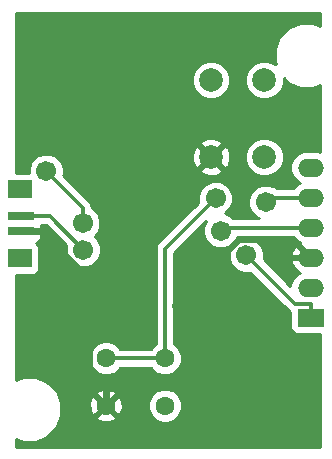
<source format=gbl>
G04 (created by PCBNEW-RS274X (2012-01-19 BZR 3256)-stable) date Fri 09 Mar 2012 12:00:35 PM CET*
G01*
G70*
G90*
%MOIN*%
G04 Gerber Fmt 3.4, Leading zero omitted, Abs format*
%FSLAX34Y34*%
G04 APERTURE LIST*
%ADD10C,0.006000*%
%ADD11R,0.086600X0.060000*%
%ADD12O,0.086600X0.060000*%
%ADD13C,0.078700*%
%ADD14C,0.063000*%
%ADD15R,0.086600X0.031500*%
%ADD16R,0.078700X0.059100*%
%ADD17C,0.067000*%
%ADD18C,0.078800*%
%ADD19C,0.011800*%
%ADD20C,0.023600*%
%ADD21C,0.010000*%
G04 APERTURE END LIST*
G54D10*
G54D11*
X34685Y-29508D03*
G54D12*
X34685Y-28508D03*
X34685Y-27508D03*
X34685Y-26508D03*
X34685Y-25508D03*
X34685Y-24508D03*
G54D13*
X33130Y-24154D03*
X31358Y-21594D03*
X31358Y-24154D03*
X33130Y-21594D03*
G54D14*
X29823Y-30867D03*
X29823Y-32441D03*
X27855Y-30867D03*
X27855Y-32441D03*
G54D15*
X25019Y-26123D03*
X25019Y-26635D03*
G54D16*
X24980Y-25217D03*
X24980Y-27539D03*
G54D17*
X25862Y-24629D03*
X27084Y-26358D03*
G54D18*
X30442Y-29117D03*
G54D17*
X32533Y-27432D03*
X31681Y-26614D03*
X33183Y-25659D03*
X27105Y-27245D03*
X31507Y-25537D03*
G54D19*
X27084Y-25851D02*
X27084Y-26358D01*
X25862Y-24629D02*
X27084Y-25851D01*
G54D20*
X27855Y-32441D02*
X27855Y-31750D01*
X25019Y-26635D02*
X25673Y-26635D01*
X27275Y-31170D02*
X27275Y-28237D01*
X27855Y-31750D02*
X27275Y-31170D01*
X27275Y-28237D02*
X31358Y-24154D01*
X30442Y-31092D02*
X30442Y-29117D01*
X29784Y-31750D02*
X30442Y-31092D01*
X27855Y-31750D02*
X29784Y-31750D01*
X30442Y-28737D02*
X30442Y-29117D01*
X34053Y-26876D02*
X32303Y-26876D01*
X34685Y-27508D02*
X34053Y-26876D01*
X32303Y-26876D02*
X30442Y-28737D01*
X25673Y-26635D02*
X27275Y-28237D01*
G54D19*
X34685Y-29508D02*
X34685Y-29046D01*
X34147Y-29046D02*
X32533Y-27432D01*
X34685Y-29046D02*
X34147Y-29046D01*
X31787Y-26508D02*
X31681Y-26614D01*
X34685Y-26508D02*
X31787Y-26508D01*
X33334Y-25508D02*
X33183Y-25659D01*
X34685Y-25508D02*
X33334Y-25508D01*
X25983Y-26123D02*
X27105Y-27245D01*
X25019Y-26123D02*
X25983Y-26123D01*
X27855Y-30867D02*
X29823Y-30867D01*
X29823Y-27221D02*
X31507Y-25537D01*
X29823Y-30867D02*
X29823Y-27221D01*
G54D10*
G36*
X34989Y-33808D02*
X30388Y-33808D01*
X30388Y-32554D01*
X30388Y-32329D01*
X30302Y-32121D01*
X30143Y-31962D01*
X29936Y-31876D01*
X29711Y-31876D01*
X29503Y-31962D01*
X29344Y-32121D01*
X29258Y-32328D01*
X29258Y-32553D01*
X29344Y-32761D01*
X29503Y-32920D01*
X29710Y-33006D01*
X29935Y-33006D01*
X30143Y-32920D01*
X30302Y-32761D01*
X30388Y-32554D01*
X30388Y-33808D01*
X28413Y-33808D01*
X28413Y-32524D01*
X28402Y-32304D01*
X28339Y-32151D01*
X28244Y-32123D01*
X28173Y-32194D01*
X28173Y-32052D01*
X28145Y-31957D01*
X27938Y-31883D01*
X27718Y-31894D01*
X27565Y-31957D01*
X27537Y-32052D01*
X27855Y-32370D01*
X28173Y-32052D01*
X28173Y-32194D01*
X27926Y-32441D01*
X28244Y-32759D01*
X28339Y-32731D01*
X28413Y-32524D01*
X28413Y-33808D01*
X28173Y-33808D01*
X28173Y-32830D01*
X27855Y-32512D01*
X27784Y-32583D01*
X27784Y-32441D01*
X27466Y-32123D01*
X27371Y-32151D01*
X27297Y-32358D01*
X27308Y-32578D01*
X27371Y-32731D01*
X27466Y-32759D01*
X27784Y-32441D01*
X27784Y-32583D01*
X27537Y-32830D01*
X27565Y-32925D01*
X27772Y-32999D01*
X27992Y-32988D01*
X28145Y-32925D01*
X28173Y-32830D01*
X28173Y-33808D01*
X24853Y-33808D01*
X24853Y-33558D01*
X25081Y-33653D01*
X25508Y-33653D01*
X25903Y-33490D01*
X26205Y-33188D01*
X26369Y-32793D01*
X26369Y-32366D01*
X26206Y-31971D01*
X25904Y-31669D01*
X25509Y-31505D01*
X25082Y-31505D01*
X24853Y-31599D01*
X24853Y-28083D01*
X25422Y-28083D01*
X25514Y-28045D01*
X25584Y-27975D01*
X25622Y-27884D01*
X25622Y-27785D01*
X25622Y-27195D01*
X25584Y-27103D01*
X25516Y-27035D01*
X25593Y-27003D01*
X25663Y-26933D01*
X25701Y-26841D01*
X25702Y-26747D01*
X25640Y-26685D01*
X25119Y-26685D01*
X25069Y-26685D01*
X24969Y-26685D01*
X24969Y-26585D01*
X25069Y-26585D01*
X25119Y-26585D01*
X25640Y-26585D01*
X25702Y-26523D01*
X25701Y-26432D01*
X25855Y-26432D01*
X26529Y-27105D01*
X26520Y-27128D01*
X26520Y-27361D01*
X26609Y-27576D01*
X26773Y-27741D01*
X26988Y-27830D01*
X27221Y-27830D01*
X27436Y-27741D01*
X27601Y-27577D01*
X27690Y-27362D01*
X27690Y-27129D01*
X27601Y-26914D01*
X27478Y-26790D01*
X27580Y-26690D01*
X27669Y-26475D01*
X27669Y-26242D01*
X27580Y-26027D01*
X27416Y-25862D01*
X27393Y-25852D01*
X27393Y-25851D01*
X27369Y-25733D01*
X27302Y-25633D01*
X27302Y-25632D01*
X26437Y-24768D01*
X26447Y-24746D01*
X26447Y-24513D01*
X26358Y-24298D01*
X26194Y-24133D01*
X25979Y-24044D01*
X25746Y-24044D01*
X25531Y-24133D01*
X25366Y-24297D01*
X25277Y-24512D01*
X25277Y-24673D01*
X24853Y-24673D01*
X24853Y-19341D01*
X34989Y-19341D01*
X34989Y-19788D01*
X34761Y-19694D01*
X34334Y-19694D01*
X33939Y-19857D01*
X33637Y-20159D01*
X33473Y-20554D01*
X33473Y-20981D01*
X33506Y-21061D01*
X33495Y-21050D01*
X33259Y-20951D01*
X33003Y-20951D01*
X32767Y-21049D01*
X32586Y-21229D01*
X32487Y-21465D01*
X32487Y-21721D01*
X32585Y-21957D01*
X32765Y-22138D01*
X33001Y-22237D01*
X33257Y-22237D01*
X33493Y-22139D01*
X33674Y-21959D01*
X33773Y-21723D01*
X33773Y-21513D01*
X33938Y-21678D01*
X34333Y-21842D01*
X34760Y-21842D01*
X34989Y-21747D01*
X34989Y-23988D01*
X34939Y-23968D01*
X34724Y-23968D01*
X34432Y-23968D01*
X34233Y-24050D01*
X34082Y-24202D01*
X33999Y-24400D01*
X33999Y-24615D01*
X34081Y-24814D01*
X34233Y-24965D01*
X34335Y-25007D01*
X34233Y-25050D01*
X34084Y-25199D01*
X33773Y-25199D01*
X33773Y-24283D01*
X33773Y-24027D01*
X33675Y-23791D01*
X33495Y-23610D01*
X33259Y-23511D01*
X33003Y-23511D01*
X32767Y-23609D01*
X32586Y-23789D01*
X32487Y-24025D01*
X32487Y-24281D01*
X32585Y-24517D01*
X32765Y-24698D01*
X33001Y-24797D01*
X33257Y-24797D01*
X33493Y-24699D01*
X33674Y-24519D01*
X33773Y-24283D01*
X33773Y-25199D01*
X33550Y-25199D01*
X33515Y-25163D01*
X33300Y-25074D01*
X33067Y-25074D01*
X32852Y-25163D01*
X32687Y-25327D01*
X32598Y-25542D01*
X32598Y-25775D01*
X32687Y-25990D01*
X32851Y-26155D01*
X32957Y-26199D01*
X32093Y-26199D01*
X32013Y-26118D01*
X31822Y-26039D01*
X31838Y-26033D01*
X32003Y-25869D01*
X32092Y-25654D01*
X32092Y-25421D01*
X32003Y-25206D01*
X32001Y-25203D01*
X32001Y-21723D01*
X32001Y-21467D01*
X31903Y-21231D01*
X31723Y-21050D01*
X31487Y-20951D01*
X31231Y-20951D01*
X30995Y-21049D01*
X30814Y-21229D01*
X30715Y-21465D01*
X30715Y-21721D01*
X30813Y-21957D01*
X30993Y-22138D01*
X31229Y-22237D01*
X31485Y-22237D01*
X31721Y-22139D01*
X31902Y-21959D01*
X32001Y-21723D01*
X32001Y-25203D01*
X31993Y-25195D01*
X31993Y-24254D01*
X31983Y-24004D01*
X31906Y-23818D01*
X31802Y-23781D01*
X31731Y-23852D01*
X31731Y-23710D01*
X31694Y-23606D01*
X31458Y-23519D01*
X31208Y-23529D01*
X31022Y-23606D01*
X30985Y-23710D01*
X31358Y-24083D01*
X31731Y-23710D01*
X31731Y-23852D01*
X31429Y-24154D01*
X31802Y-24527D01*
X31906Y-24490D01*
X31993Y-24254D01*
X31993Y-25195D01*
X31839Y-25041D01*
X31731Y-24996D01*
X31731Y-24598D01*
X31358Y-24225D01*
X31287Y-24296D01*
X31287Y-24154D01*
X30914Y-23781D01*
X30810Y-23818D01*
X30723Y-24054D01*
X30733Y-24304D01*
X30810Y-24490D01*
X30914Y-24527D01*
X31287Y-24154D01*
X31287Y-24296D01*
X30985Y-24598D01*
X31022Y-24702D01*
X31258Y-24789D01*
X31508Y-24779D01*
X31694Y-24702D01*
X31731Y-24598D01*
X31731Y-24996D01*
X31624Y-24952D01*
X31391Y-24952D01*
X31176Y-25041D01*
X31011Y-25205D01*
X30922Y-25420D01*
X30922Y-25653D01*
X30931Y-25675D01*
X29605Y-27003D01*
X29538Y-27103D01*
X29514Y-27221D01*
X29514Y-30383D01*
X29503Y-30388D01*
X29344Y-30547D01*
X29339Y-30558D01*
X28338Y-30558D01*
X28334Y-30547D01*
X28175Y-30388D01*
X27968Y-30302D01*
X27743Y-30302D01*
X27535Y-30388D01*
X27376Y-30547D01*
X27290Y-30754D01*
X27290Y-30979D01*
X27376Y-31187D01*
X27535Y-31346D01*
X27742Y-31432D01*
X27967Y-31432D01*
X28175Y-31346D01*
X28334Y-31187D01*
X28338Y-31176D01*
X29339Y-31176D01*
X29344Y-31187D01*
X29503Y-31346D01*
X29710Y-31432D01*
X29935Y-31432D01*
X30143Y-31346D01*
X30302Y-31187D01*
X30388Y-30980D01*
X30388Y-30755D01*
X30302Y-30547D01*
X30143Y-30388D01*
X30132Y-30383D01*
X30132Y-27348D01*
X31175Y-26305D01*
X31096Y-26497D01*
X31096Y-26730D01*
X31185Y-26945D01*
X31349Y-27110D01*
X31564Y-27199D01*
X31797Y-27199D01*
X32012Y-27110D01*
X32177Y-26946D01*
X32230Y-26817D01*
X34084Y-26817D01*
X34233Y-26965D01*
X34329Y-27005D01*
X34327Y-27006D01*
X34152Y-27130D01*
X34038Y-27312D01*
X34020Y-27373D01*
X34067Y-27458D01*
X34585Y-27458D01*
X34635Y-27458D01*
X34735Y-27458D01*
X34735Y-27558D01*
X34635Y-27558D01*
X34585Y-27558D01*
X34067Y-27558D01*
X34020Y-27643D01*
X34038Y-27704D01*
X34152Y-27886D01*
X34327Y-28010D01*
X34233Y-28050D01*
X34082Y-28202D01*
X33999Y-28400D01*
X33999Y-28461D01*
X33108Y-27571D01*
X33118Y-27549D01*
X33118Y-27316D01*
X33029Y-27101D01*
X32865Y-26936D01*
X32650Y-26847D01*
X32417Y-26847D01*
X32202Y-26936D01*
X32037Y-27100D01*
X31948Y-27315D01*
X31948Y-27548D01*
X32037Y-27763D01*
X32201Y-27928D01*
X32416Y-28017D01*
X32649Y-28017D01*
X32672Y-28007D01*
X33928Y-29264D01*
X33929Y-29264D01*
X34003Y-29313D01*
X34003Y-29857D01*
X34041Y-29949D01*
X34111Y-30019D01*
X34202Y-30057D01*
X34301Y-30057D01*
X34989Y-30057D01*
X34989Y-33808D01*
X34989Y-33808D01*
G37*
G54D21*
X34989Y-33808D02*
X30388Y-33808D01*
X30388Y-32554D01*
X30388Y-32329D01*
X30302Y-32121D01*
X30143Y-31962D01*
X29936Y-31876D01*
X29711Y-31876D01*
X29503Y-31962D01*
X29344Y-32121D01*
X29258Y-32328D01*
X29258Y-32553D01*
X29344Y-32761D01*
X29503Y-32920D01*
X29710Y-33006D01*
X29935Y-33006D01*
X30143Y-32920D01*
X30302Y-32761D01*
X30388Y-32554D01*
X30388Y-33808D01*
X28413Y-33808D01*
X28413Y-32524D01*
X28402Y-32304D01*
X28339Y-32151D01*
X28244Y-32123D01*
X28173Y-32194D01*
X28173Y-32052D01*
X28145Y-31957D01*
X27938Y-31883D01*
X27718Y-31894D01*
X27565Y-31957D01*
X27537Y-32052D01*
X27855Y-32370D01*
X28173Y-32052D01*
X28173Y-32194D01*
X27926Y-32441D01*
X28244Y-32759D01*
X28339Y-32731D01*
X28413Y-32524D01*
X28413Y-33808D01*
X28173Y-33808D01*
X28173Y-32830D01*
X27855Y-32512D01*
X27784Y-32583D01*
X27784Y-32441D01*
X27466Y-32123D01*
X27371Y-32151D01*
X27297Y-32358D01*
X27308Y-32578D01*
X27371Y-32731D01*
X27466Y-32759D01*
X27784Y-32441D01*
X27784Y-32583D01*
X27537Y-32830D01*
X27565Y-32925D01*
X27772Y-32999D01*
X27992Y-32988D01*
X28145Y-32925D01*
X28173Y-32830D01*
X28173Y-33808D01*
X24853Y-33808D01*
X24853Y-33558D01*
X25081Y-33653D01*
X25508Y-33653D01*
X25903Y-33490D01*
X26205Y-33188D01*
X26369Y-32793D01*
X26369Y-32366D01*
X26206Y-31971D01*
X25904Y-31669D01*
X25509Y-31505D01*
X25082Y-31505D01*
X24853Y-31599D01*
X24853Y-28083D01*
X25422Y-28083D01*
X25514Y-28045D01*
X25584Y-27975D01*
X25622Y-27884D01*
X25622Y-27785D01*
X25622Y-27195D01*
X25584Y-27103D01*
X25516Y-27035D01*
X25593Y-27003D01*
X25663Y-26933D01*
X25701Y-26841D01*
X25702Y-26747D01*
X25640Y-26685D01*
X25119Y-26685D01*
X25069Y-26685D01*
X24969Y-26685D01*
X24969Y-26585D01*
X25069Y-26585D01*
X25119Y-26585D01*
X25640Y-26585D01*
X25702Y-26523D01*
X25701Y-26432D01*
X25855Y-26432D01*
X26529Y-27105D01*
X26520Y-27128D01*
X26520Y-27361D01*
X26609Y-27576D01*
X26773Y-27741D01*
X26988Y-27830D01*
X27221Y-27830D01*
X27436Y-27741D01*
X27601Y-27577D01*
X27690Y-27362D01*
X27690Y-27129D01*
X27601Y-26914D01*
X27478Y-26790D01*
X27580Y-26690D01*
X27669Y-26475D01*
X27669Y-26242D01*
X27580Y-26027D01*
X27416Y-25862D01*
X27393Y-25852D01*
X27393Y-25851D01*
X27369Y-25733D01*
X27302Y-25633D01*
X27302Y-25632D01*
X26437Y-24768D01*
X26447Y-24746D01*
X26447Y-24513D01*
X26358Y-24298D01*
X26194Y-24133D01*
X25979Y-24044D01*
X25746Y-24044D01*
X25531Y-24133D01*
X25366Y-24297D01*
X25277Y-24512D01*
X25277Y-24673D01*
X24853Y-24673D01*
X24853Y-19341D01*
X34989Y-19341D01*
X34989Y-19788D01*
X34761Y-19694D01*
X34334Y-19694D01*
X33939Y-19857D01*
X33637Y-20159D01*
X33473Y-20554D01*
X33473Y-20981D01*
X33506Y-21061D01*
X33495Y-21050D01*
X33259Y-20951D01*
X33003Y-20951D01*
X32767Y-21049D01*
X32586Y-21229D01*
X32487Y-21465D01*
X32487Y-21721D01*
X32585Y-21957D01*
X32765Y-22138D01*
X33001Y-22237D01*
X33257Y-22237D01*
X33493Y-22139D01*
X33674Y-21959D01*
X33773Y-21723D01*
X33773Y-21513D01*
X33938Y-21678D01*
X34333Y-21842D01*
X34760Y-21842D01*
X34989Y-21747D01*
X34989Y-23988D01*
X34939Y-23968D01*
X34724Y-23968D01*
X34432Y-23968D01*
X34233Y-24050D01*
X34082Y-24202D01*
X33999Y-24400D01*
X33999Y-24615D01*
X34081Y-24814D01*
X34233Y-24965D01*
X34335Y-25007D01*
X34233Y-25050D01*
X34084Y-25199D01*
X33773Y-25199D01*
X33773Y-24283D01*
X33773Y-24027D01*
X33675Y-23791D01*
X33495Y-23610D01*
X33259Y-23511D01*
X33003Y-23511D01*
X32767Y-23609D01*
X32586Y-23789D01*
X32487Y-24025D01*
X32487Y-24281D01*
X32585Y-24517D01*
X32765Y-24698D01*
X33001Y-24797D01*
X33257Y-24797D01*
X33493Y-24699D01*
X33674Y-24519D01*
X33773Y-24283D01*
X33773Y-25199D01*
X33550Y-25199D01*
X33515Y-25163D01*
X33300Y-25074D01*
X33067Y-25074D01*
X32852Y-25163D01*
X32687Y-25327D01*
X32598Y-25542D01*
X32598Y-25775D01*
X32687Y-25990D01*
X32851Y-26155D01*
X32957Y-26199D01*
X32093Y-26199D01*
X32013Y-26118D01*
X31822Y-26039D01*
X31838Y-26033D01*
X32003Y-25869D01*
X32092Y-25654D01*
X32092Y-25421D01*
X32003Y-25206D01*
X32001Y-25203D01*
X32001Y-21723D01*
X32001Y-21467D01*
X31903Y-21231D01*
X31723Y-21050D01*
X31487Y-20951D01*
X31231Y-20951D01*
X30995Y-21049D01*
X30814Y-21229D01*
X30715Y-21465D01*
X30715Y-21721D01*
X30813Y-21957D01*
X30993Y-22138D01*
X31229Y-22237D01*
X31485Y-22237D01*
X31721Y-22139D01*
X31902Y-21959D01*
X32001Y-21723D01*
X32001Y-25203D01*
X31993Y-25195D01*
X31993Y-24254D01*
X31983Y-24004D01*
X31906Y-23818D01*
X31802Y-23781D01*
X31731Y-23852D01*
X31731Y-23710D01*
X31694Y-23606D01*
X31458Y-23519D01*
X31208Y-23529D01*
X31022Y-23606D01*
X30985Y-23710D01*
X31358Y-24083D01*
X31731Y-23710D01*
X31731Y-23852D01*
X31429Y-24154D01*
X31802Y-24527D01*
X31906Y-24490D01*
X31993Y-24254D01*
X31993Y-25195D01*
X31839Y-25041D01*
X31731Y-24996D01*
X31731Y-24598D01*
X31358Y-24225D01*
X31287Y-24296D01*
X31287Y-24154D01*
X30914Y-23781D01*
X30810Y-23818D01*
X30723Y-24054D01*
X30733Y-24304D01*
X30810Y-24490D01*
X30914Y-24527D01*
X31287Y-24154D01*
X31287Y-24296D01*
X30985Y-24598D01*
X31022Y-24702D01*
X31258Y-24789D01*
X31508Y-24779D01*
X31694Y-24702D01*
X31731Y-24598D01*
X31731Y-24996D01*
X31624Y-24952D01*
X31391Y-24952D01*
X31176Y-25041D01*
X31011Y-25205D01*
X30922Y-25420D01*
X30922Y-25653D01*
X30931Y-25675D01*
X29605Y-27003D01*
X29538Y-27103D01*
X29514Y-27221D01*
X29514Y-30383D01*
X29503Y-30388D01*
X29344Y-30547D01*
X29339Y-30558D01*
X28338Y-30558D01*
X28334Y-30547D01*
X28175Y-30388D01*
X27968Y-30302D01*
X27743Y-30302D01*
X27535Y-30388D01*
X27376Y-30547D01*
X27290Y-30754D01*
X27290Y-30979D01*
X27376Y-31187D01*
X27535Y-31346D01*
X27742Y-31432D01*
X27967Y-31432D01*
X28175Y-31346D01*
X28334Y-31187D01*
X28338Y-31176D01*
X29339Y-31176D01*
X29344Y-31187D01*
X29503Y-31346D01*
X29710Y-31432D01*
X29935Y-31432D01*
X30143Y-31346D01*
X30302Y-31187D01*
X30388Y-30980D01*
X30388Y-30755D01*
X30302Y-30547D01*
X30143Y-30388D01*
X30132Y-30383D01*
X30132Y-27348D01*
X31175Y-26305D01*
X31096Y-26497D01*
X31096Y-26730D01*
X31185Y-26945D01*
X31349Y-27110D01*
X31564Y-27199D01*
X31797Y-27199D01*
X32012Y-27110D01*
X32177Y-26946D01*
X32230Y-26817D01*
X34084Y-26817D01*
X34233Y-26965D01*
X34329Y-27005D01*
X34327Y-27006D01*
X34152Y-27130D01*
X34038Y-27312D01*
X34020Y-27373D01*
X34067Y-27458D01*
X34585Y-27458D01*
X34635Y-27458D01*
X34735Y-27458D01*
X34735Y-27558D01*
X34635Y-27558D01*
X34585Y-27558D01*
X34067Y-27558D01*
X34020Y-27643D01*
X34038Y-27704D01*
X34152Y-27886D01*
X34327Y-28010D01*
X34233Y-28050D01*
X34082Y-28202D01*
X33999Y-28400D01*
X33999Y-28461D01*
X33108Y-27571D01*
X33118Y-27549D01*
X33118Y-27316D01*
X33029Y-27101D01*
X32865Y-26936D01*
X32650Y-26847D01*
X32417Y-26847D01*
X32202Y-26936D01*
X32037Y-27100D01*
X31948Y-27315D01*
X31948Y-27548D01*
X32037Y-27763D01*
X32201Y-27928D01*
X32416Y-28017D01*
X32649Y-28017D01*
X32672Y-28007D01*
X33928Y-29264D01*
X33929Y-29264D01*
X34003Y-29313D01*
X34003Y-29857D01*
X34041Y-29949D01*
X34111Y-30019D01*
X34202Y-30057D01*
X34301Y-30057D01*
X34989Y-30057D01*
X34989Y-33808D01*
M02*

</source>
